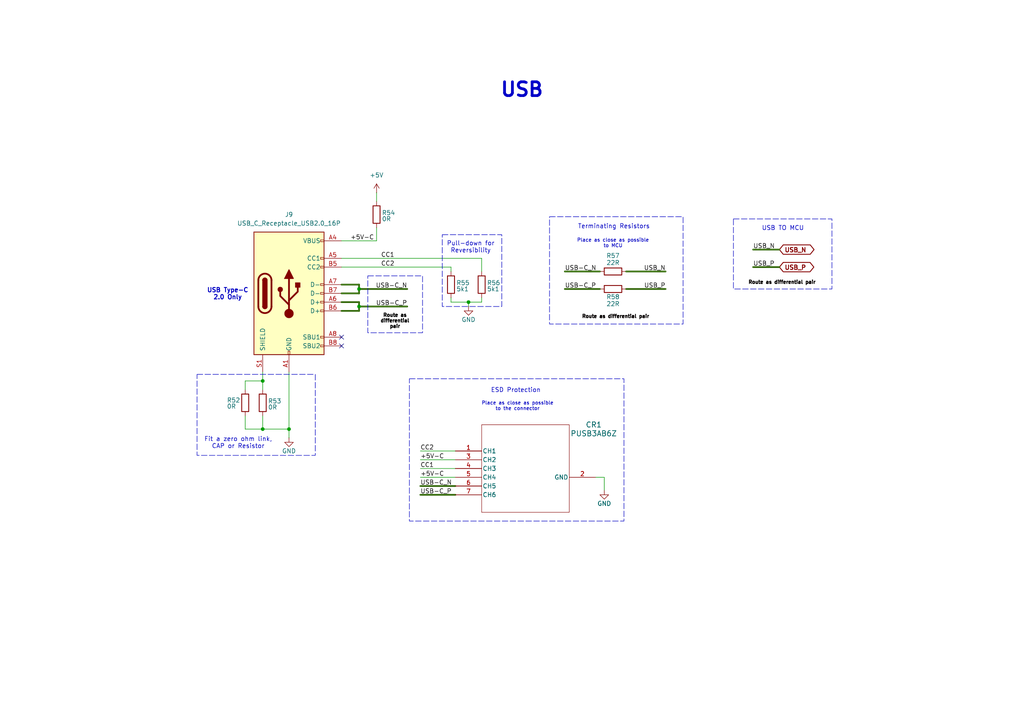
<source format=kicad_sch>
(kicad_sch (version 20231120) (generator "eeschema") (generator_version "8.0")
  (paper "A4")
  (title_block (title "USB") (date "2025-01-24") (rev "0"))
  (lib_symbols
    (symbol "Connector:USB_C_Receptacle_USB2.0_16P" (pin_names (offset 1.016))
      (property "Reference" "J" (at 0 22.225 0))
      (property "Value" "USB_C_Receptacle_USB2.0_16P" (at 0 19.685 0))
      (symbol "USB_C_Receptacle_USB2.0_16P_0_0"
        (rectangle (start -0.254 -17.78) (end 0.254 -16.764))
        (rectangle (start 10.16 -14.986) (end 9.144 -15.494))
        (rectangle (start 10.16 -12.446) (end 9.144 -12.954))
        (rectangle (start 10.16 -4.826) (end 9.144 -5.334))
        (rectangle (start 10.16 -2.286) (end 9.144 -2.794))
        (rectangle (start 10.16 0.254) (end 9.144 -0.254))
        (rectangle (start 10.16 2.794) (end 9.144 2.286))
        (rectangle (start 10.16 7.874) (end 9.144 7.366))
        (rectangle (start 10.16 10.414) (end 9.144 9.906))
        (rectangle (start 10.16 15.494) (end 9.144 14.986))
      )
      (symbol "USB_C_Receptacle_USB2.0_16P_0_1"
        (rectangle (start -10.16 17.78) (end 10.16 -17.78) (stroke (width 0.254)) (fill (type background)))
        (arc (start -8.89 -3.81) (mid -6.985 -5.7067) (end -5.08 -3.81) (stroke (width 0.508)))
        (arc (start -7.62 -3.81) (mid -6.985 -4.4423) (end -6.35 -3.81) (stroke (width 0.254)))
        (arc (start -7.62 -3.81) (mid -6.985 -4.4423) (end -6.35 -3.81) (stroke (width 0.254)) (fill (type outline)))
        (rectangle (start -7.62 -3.81) (end -6.35 3.81) (stroke (width 0.254)) (fill (type outline)))
        (arc (start -6.35 3.81) (mid -6.985 4.4423) (end -7.62 3.81) (stroke (width 0.254)))
        (arc (start -6.35 3.81) (mid -6.985 4.4423) (end -7.62 3.81) (stroke (width 0.254)) (fill (type outline)))
        (arc (start -5.08 3.81) (mid -6.985 5.7067) (end -8.89 3.81) (stroke (width 0.508)))
        (circle (center -2.54 1.143) (radius 0.635) (stroke (width 0.254)) (fill (type outline)))
        (circle (center 0 -5.842) (radius 1.27) (fill (type outline)))
        (polyline (pts (xy -8.89 -3.81) (xy -8.89 3.81)) (stroke (width 0.508)))
        (polyline (pts (xy -5.08 3.81) (xy -5.08 -3.81)) (stroke (width 0.508)))
        (polyline (pts (xy 0 -5.842) (xy 0 4.318)) (stroke (width 0.508)))
        (polyline (pts (xy 0 -3.302) (xy -2.54 -0.762) (xy -2.54 0.508)) (stroke (width 0.508)))
        (polyline (pts (xy 0 -2.032) (xy 2.54 0.508) (xy 2.54 1.778)) (stroke (width 0.508)))
        (polyline (pts (xy -1.27 4.318) (xy 0 6.858) (xy 1.27 4.318) (xy -1.27 4.318)) (stroke (width 0.254)) (fill (type outline)))
        (rectangle (start 1.905 1.778) (end 3.175 3.048) (stroke (width 0.254)) (fill (type outline)))
      )
      (symbol "USB_C_Receptacle_USB2.0_16P_1_1"
        (pin passive line (at 0 -22.86 90) (length 5.08) (name "GND") (number "A1"))
        (pin passive line (at 0 -22.86 90) (length 5.08) hide (name "GND") (number "A12"))
        (pin passive line (at 15.24 15.24 180) (length 5.08) (name "VBUS") (number "A4"))
        (pin bidirectional line (at 15.24 10.16 180) (length 5.08) (name "CC1") (number "A5"))
        (pin bidirectional line (at 15.24 -2.54 180) (length 5.08) (name "D+") (number "A6"))
        (pin bidirectional line (at 15.24 2.54 180) (length 5.08) (name "D-") (number "A7"))
        (pin bidirectional line (at 15.24 -12.7 180) (length 5.08) (name "SBU1") (number "A8"))
        (pin passive line (at 15.24 15.24 180) (length 5.08) hide (name "VBUS") (number "A9"))
        (pin passive line (at 0 -22.86 90) (length 5.08) hide (name "GND") (number "B1"))
        (pin passive line (at 0 -22.86 90) (length 5.08) hide (name "GND") (number "B12"))
        (pin passive line (at 15.24 15.24 180) (length 5.08) hide (name "VBUS") (number "B4"))
        (pin bidirectional line (at 15.24 7.62 180) (length 5.08) (name "CC2") (number "B5"))
        (pin bidirectional line (at 15.24 -5.08 180) (length 5.08) (name "D+") (number "B6"))
        (pin bidirectional line (at 15.24 0 180) (length 5.08) (name "D-") (number "B7"))
        (pin bidirectional line (at 15.24 -15.24 180) (length 5.08) (name "SBU2") (number "B8"))
        (pin passive line (at 15.24 15.24 180) (length 5.08) hide (name "VBUS") (number "B9"))
        (pin passive line (at -7.62 -22.86 90) (length 5.08) (name "SHIELD") (number "S1"))
      )
    )
    (symbol "Device:R" (pin_numbers hide) (pin_names (offset 0))
      (property "Reference" "R" (at 2.032 0 90))
      (property "Value" "R" (at 0 0 90))
      (symbol "R_0_1"
        (rectangle (start -1.016 -2.54) (end 1.016 2.54) (stroke (width 0.254)))
      )
      (symbol "R_1_1"
        (pin passive line (at 0 3.81 270) (length 1.27) (name "~") (number "1"))
        (pin passive line (at 0 -3.81 90) (length 1.27) (name "~") (number "2"))
      )
    )
    (symbol "PUSB3AB6Z:PUSB3AB6Z" (pin_names (offset 0.254))
      (property "Reference" "CR" (at 0 17.78 0))
      (property "Value" "PUSB3AB6Z" (at 0 15.24 0))
      (symbol "PUSB3AB6Z_0_1"
        (polyline (pts (xy -12.7 -12.7) (xy 12.7 -12.7)) (stroke (width 0.127)))
        (polyline (pts (xy -12.7 12.7) (xy -12.7 -12.7)) (stroke (width 0.127)))
        (polyline (pts (xy 12.7 -12.7) (xy 12.7 12.7)) (stroke (width 0.127)))
        (polyline (pts (xy 12.7 12.7) (xy -12.7 12.7)) (stroke (width 0.127)))
        (pin unspecified line (at 20.32 5.08 180) (length 7.62) (name "CH1") (number "1"))
        (pin unspecified line (at -20.32 -2.54 0) (length 7.62) (name "GND") (number "2"))
        (pin unspecified line (at 20.32 2.54 180) (length 7.62) (name "CH2") (number "3"))
        (pin unspecified line (at 20.32 0 180) (length 7.62) (name "CH3") (number "4"))
        (pin unspecified line (at 20.32 -2.54 180) (length 7.62) (name "CH4") (number "5"))
        (pin unspecified line (at 20.32 -5.08 180) (length 7.62) (name "CH5") (number "6"))
        (pin unspecified line (at 20.32 -7.62 180) (length 7.62) (name "CH6") (number "7"))
      )
    )
    (symbol "power:+5V" (power) (pin_numbers hide) (pin_names (offset 0) hide)
      (property "Value" "+5V" (at 0 3.556 0))
      (symbol "+5V_0_1"
        (polyline (pts (xy -0.762 1.27) (xy 0 2.54)))
        (polyline (pts (xy 0 0) (xy 0 2.54)))
        (polyline (pts (xy 0 2.54) (xy 0.762 1.27)))
      )
      (symbol "+5V_1_1"
        (pin power_in line (at 0 0 90) (length 0) (name "~") (number "1"))
      )
    )
    (symbol "power:GND" (power) (pin_numbers hide) (pin_names (offset 0) hide)
      (property "Value" "GND" (at 0 -3.81 0))
      (symbol "GND_0_1"
        (polyline (pts (xy 0 0) (xy 0 -1.27) (xy 1.27 -1.27) (xy 0 -2.54) (xy -1.27 -1.27) (xy 0 -1.27)))
      )
      (symbol "GND_1_1"
        (pin power_in line (at 0 0 270) (length 0) (name "~") (number "1"))
      )
    )
  )
  (junction (at 104.14 83.82))
  (junction (at 135.89 87.63))
  (junction (at 76.2 124.46))
  (junction (at 76.2 110.49))
  (junction (at 104.14 88.9))
  (junction (at 83.82 124.46))
  (no_connect (at 99.06 97.79))
  (no_connect (at 99.06 100.33))
  (wire (pts (xy 130.81 87.63) (xy 135.89 87.63)))
  (wire (pts (xy 109.22 66.04) (xy 109.22 69.85)))
  (wire (pts (xy 104.14 90.17) (xy 99.06 90.17)) (stroke (width 0.5) (color 51 104 10 1)))
  (wire (pts (xy 104.14 85.09) (xy 99.06 85.09)) (stroke (width 0.5) (color 51 104 10 1)))
  (wire (pts (xy 175.26 138.43) (xy 175.26 142.24)))
  (wire (pts (xy 109.22 55.88) (xy 109.22 58.42)))
  (wire (pts (xy 121.92 133.35) (xy 132.08 133.35)))
  (wire (pts (xy 130.81 77.47) (xy 130.81 78.74)))
  (wire (pts (xy 99.06 82.55) (xy 104.14 82.55)) (stroke (width 0.5) (color 51 104 10 1)))
  (wire (pts (xy 83.82 107.95) (xy 83.82 124.46)))
  (wire (pts (xy 76.2 110.49) (xy 76.2 113.03)))
  (wire (pts (xy 163.83 78.74) (xy 173.99 78.74)) (stroke (width 0.5) (color 51 104 10 1)))
  (wire (pts (xy 104.14 87.63) (xy 104.14 88.9)) (stroke (width 0.5) (color 51 104 10 1)))
  (wire (pts (xy 76.2 110.49) (xy 76.2 107.95)))
  (wire (pts (xy 218.44 72.39) (xy 226.06 72.39)) (stroke (width 0.5) (color 51 104 10 1)))
  (wire (pts (xy 139.7 74.93) (xy 99.06 74.93)))
  (wire (pts (xy 99.06 69.85) (xy 109.22 69.85)))
  (wire (pts (xy 121.92 130.81) (xy 132.08 130.81)))
  (wire (pts (xy 83.82 124.46) (xy 83.82 127)))
  (wire (pts (xy 104.14 82.55) (xy 104.14 83.82)) (stroke (width 0.5) (color 51 104 10 1)))
  (wire (pts (xy 71.12 110.49) (xy 76.2 110.49)))
  (wire (pts (xy 163.83 83.82) (xy 173.99 83.82)) (stroke (width 0.5) (color 51 104 10 1)))
  (wire (pts (xy 104.14 88.9) (xy 104.14 90.17)) (stroke (width 0.5) (color 51 104 10 1)))
  (wire (pts (xy 71.12 124.46) (xy 71.12 120.65)))
  (wire (pts (xy 218.44 77.47) (xy 226.06 77.47)) (stroke (width 0.5) (color 51 104 10 1)))
  (wire (pts (xy 181.61 83.82) (xy 193.04 83.82)) (stroke (width 0.5) (color 51 104 10 1)))
  (wire (pts (xy 99.06 87.63) (xy 104.14 87.63)) (stroke (width 0.5) (color 51 104 10 1)))
  (wire (pts (xy 76.2 124.46) (xy 71.12 124.46)))
  (wire (pts (xy 139.7 86.36) (xy 139.7 87.63)))
  (wire (pts (xy 130.81 86.36) (xy 130.81 87.63)))
  (wire (pts (xy 172.72 138.43) (xy 175.26 138.43)))
  (wire (pts (xy 121.92 135.89) (xy 132.08 135.89)))
  (wire (pts (xy 139.7 78.74) (xy 139.7 74.93)))
  (wire (pts (xy 181.61 78.74) (xy 193.04 78.74)) (stroke (width 0.5) (color 51 104 10 1)))
  (wire (pts (xy 71.12 113.03) (xy 71.12 110.49)))
  (wire (pts (xy 76.2 120.65) (xy 76.2 124.46)))
  (wire (pts (xy 83.82 124.46) (xy 76.2 124.46)))
  (wire (pts (xy 121.92 143.51) (xy 132.08 143.51)) (stroke (width 0.5) (color 51 104 10 1)))
  (wire (pts (xy 104.14 83.82) (xy 104.14 85.09)) (stroke (width 0.5) (color 51 104 10 1)))
  (wire (pts (xy 99.06 77.47) (xy 130.81 77.47)))
  (wire (pts (xy 121.92 138.43) (xy 132.08 138.43)))
  (wire (pts (xy 135.89 87.63) (xy 135.89 88.9)))
  (wire (pts (xy 139.7 87.63) (xy 135.89 87.63)))
  (wire (pts (xy 104.14 88.9) (xy 118.11 88.9)) (stroke (width 0.5) (color 51 104 10 1)))
  (wire (pts (xy 104.14 83.82) (xy 118.11 83.82)) (stroke (width 0.5) (color 51 104 10 1)))
  (wire (pts (xy 121.92 140.97) (xy 132.08 140.97)) (stroke (width 0.5) (color 51 104 10 1)))
  (rectangle (start 57.15 108.585) (end 91.44 132.08) (stroke (width 0) (type dash)))
  (rectangle (start 159.385 62.865) (end 198.12 93.98) (stroke (width 0) (type dash)))
  (rectangle (start 118.745 109.855) (end 180.975 151.13) (stroke (width 0) (type dash)))
  (rectangle (start 128.27 68.072) (end 145.542 88.9) (stroke (width 0) (type dash)))
  (rectangle (start 212.725 63.5) (end 241.3 83.82) (stroke (width 0) (type dash)))
  (rectangle (start 106.68 80.01) (end 122.555 96.52) (stroke (width 0) (type dash)))
  (text "ESD Protection" (at 149.606 113.284 0) (effects (font (size 1.27 1.27))))
  (text "USB TO MCU" (at 227.076 66.294 0) (effects (font (size 1.27 1.27))))
  (text "Pull-down for\nReversibility" (at 136.525 71.755 0) (effects (font (size 1.27 1.27))))
  (text "Terminating Resistors\n" (at 178.054 65.786 0) (effects (font (size 1.27 1.27))))
  (text "Route as differential pair" (at 178.562 91.948 0) (effects (font (size 1 1) (thickness 0.254) (bold yes))))
  (text "Route as differential pair" (at 226.822 82.042 0) (effects (font (size 1 1) (thickness 0.254) (bold yes))))
  (text "Place as close as possible\nto MCU" (at 177.8 70.612 0) (effects (font (size 1 1))))
  (text "USB Type-C\n2.0 Only" (at 66.04 85.344 0) (effects (font (size 1.27 1.27) (thickness 0.254) (bold yes))))
  (text "Fit a zero ohm link,\nCAP or Resistor" (at 69.088 128.524 0) (effects (font (size 1.27 1.27))))
  (text "Route as\ndifferential\npair" (at 114.554 93.218 0) (effects (font (size 1 1) (thickness 0.254) (bold yes))))
  (text "Place as close as possible\nto the connector" (at 150.114 117.856 0) (effects (font (size 1 1))))
  (text "${TITLE}" (at 151.384 26.162 0) (effects (font (size 4 4) (thickness 0.8) (bold yes))))
  (label "CC2" (at 121.92 130.81 0))
  (label "USB_P" (at 193.04 83.82 180))
  (label "USB-C_N" (at 163.83 78.74 0))
  (label "+5V-C" (at 121.92 138.43 0))
  (label "+5V-C" (at 101.6 69.85 0))
  (label "+5V-C" (at 121.92 133.35 0))
  (label "CC1" (at 121.92 135.89 0))
  (label "USB_P" (at 218.44 77.47 0))
  (label "USB-C_P" (at 163.83 83.82 0))
  (label "USB-C_N" (at 121.92 140.97 0))
  (label "USB-C_P" (at 121.92 143.51 0))
  (label "CC2" (at 110.49 77.47 0))
  (label "CC1" (at 110.49 74.93 0))
  (label "USB-C_P" (at 118.11 88.9 180))
  (label "USB_N" (at 218.44 72.39 0))
  (label "USB_N" (at 193.04 78.74 180))
  (label "USB-C_N" (at 118.11 83.82 180))
  (global_label "USB_N" (shape bidirectional) (at 226.06 72.39 0) (effects (font (bold yes))) (property "Intersheetrefs" "${INTERSHEET_REFS}" (effects (hide yes))))
  (global_label "USB_P" (shape bidirectional) (at 226.06 77.47 0) (effects (font (bold yes))) (property "Intersheetrefs" "${INTERSHEET_REFS}" (effects (hide yes))))
  (symbol (lib_id "Connector:USB_C_Receptacle_USB2.0_16P") (at 83.82 85.09 0) (unit 1)
    (property "Reference" "J9" (at 83.82 62.23 0))
    (property "Value" "USB_C_Receptacle_USB2.0_16P" (at 83.82 64.77 0))
    (property "Footprint" "Connector_USB:USB_C_Receptacle_GCT_USB4105-xx-A_16P_TopMnt_Horizontal_mod" (effects (hide yes)))
    (property "Datasheet" "https://www.usb.org/sites/default/files/documents/usb_type-c.zip" (effects (hide yes)))
    (property "Description" "USB 2.0-only 16P Type-C Receptacle connector" (effects (hide yes)))
  )
  (symbol (lib_id "power:GND") (at 83.82 127 0) (unit 1)
    (property "Reference" "#PWR078" (effects (hide yes)))
    (property "Value" "GND" (at 83.82 130.81 0))
    (property "Description" "Power symbol creates a global label with name \"GND\" , ground" (effects (hide yes)))
  )
  (symbol (lib_id "Device:R") (at 109.22 62.23 0) (unit 1)
    (property "Reference" "R54" (at 110.744 61.7221 0) (effects (justify left)))
    (property "Value" "0R" (at 110.744 63.5 0) (effects (justify left)))
    (property "Footprint" "Resistor_SMD:R_0603_1608Metric" (effects (hide yes)))
    (property "Description" "Resistor" (effects (hide yes)))
  )
  (symbol (lib_id "Device:R") (at 177.8 78.74 90) (unit 1)
    (property "Reference" "R57" (at 177.8 74.168 90))
    (property "Value" "22R" (at 177.8 76.2 90))
    (property "Footprint" "Resistor_SMD:R_0603_1608Metric" (effects (hide yes)))
    (property "Description" "Resistor" (effects (hide yes)))
  )
  (symbol (lib_id "Device:R") (at 177.8 83.82 90) (unit 1)
    (property "Reference" "R58" (at 177.8 86.106 90))
    (property "Value" "22R" (at 177.8 88.138 90))
    (property "Footprint" "Resistor_SMD:R_0603_1608Metric" (effects (hide yes)))
    (property "Description" "Resistor" (effects (hide yes)))
  )
  (symbol (lib_id "power:GND") (at 175.26 142.24 0) (unit 1)
    (property "Reference" "#PWR081" (effects (hide yes)))
    (property "Value" "GND" (at 175.26 146.05 0))
    (property "Description" "Power symbol creates a global label with name \"GND\" , ground" (effects (hide yes)))
  )
  (symbol (lib_id "power:+5V") (at 109.22 55.88 0) (unit 1)
    (property "Reference" "#PWR079" (effects (hide yes)))
    (property "Value" "+5V" (at 109.22 50.8 0))
    (property "Description" "Power symbol creates a global label with name \"+5V\"" (effects (hide yes)))
  )
  (symbol (lib_id "Device:R") (at 130.81 82.55 0) (unit 1)
    (property "Reference" "R55" (at 132.334 82.0421 0) (effects (justify left)))
    (property "Value" "5k1" (at 132.334 83.82 0) (effects (justify left)))
    (property "Footprint" "Resistor_SMD:R_0603_1608Metric" (effects (hide yes)))
    (property "Description" "Resistor" (effects (hide yes)))
  )
  (symbol (lib_id "power:GND") (at 135.89 88.9 0) (unit 1)
    (property "Reference" "#PWR080" (effects (hide yes)))
    (property "Value" "GND" (at 135.89 92.71 0))
    (property "Description" "Power symbol creates a global label with name \"GND\" , ground" (effects (hide yes)))
  )
  (symbol (lib_id "Device:R") (at 76.2 116.84 0) (unit 1)
    (property "Reference" "R53" (at 77.724 116.3321 0) (effects (justify left)))
    (property "Value" "0R" (at 77.724 118.11 0) (effects (justify left)))
    (property "Footprint" "Resistor_SMD:R_0603_1608Metric" (effects (hide yes)))
    (property "Description" "Resistor" (effects (hide yes)))
  )
  (symbol (lib_id "PUSB3AB6Z:PUSB3AB6Z") (at 152.4 135.89 0) (mirror y) (unit 1)
    (property "Reference" "CR1" (at 172.212 123.19 0) (effects (font (size 1.524 1.524))))
    (property "Value" "PUSB3AB6Z" (at 172.212 125.73 0) (effects (font (size 1.524 1.524))))
    (property "Footprint" "PUSB3AB6Z_foot:PUSB3AB6Z_NEX" (effects (hide yes)))
    (property "Datasheet" "PUSB3AB6Z" (effects (hide yes)))
  )
  (symbol (lib_id "Device:R") (at 139.7 82.55 0) (unit 1)
    (property "Reference" "R56" (at 141.224 82.0421 0) (effects (justify left)))
    (property "Value" "5k1" (at 141.224 83.82 0) (effects (justify left)))
    (property "Footprint" "Resistor_SMD:R_0603_1608Metric" (effects (hide yes)))
    (property "Description" "Resistor" (effects (hide yes)))
  )
  (symbol (lib_id "Device:R") (at 71.12 116.84 0) (unit 1)
    (property "Reference" "R52" (at 65.786 116.0781 0) (effects (justify left)))
    (property "Value" "0R" (at 65.786 117.856 0) (effects (justify left)))
    (property "Footprint" "Resistor_SMD:R_0603_1608Metric" (effects (hide yes)))
    (property "Description" "Resistor" (effects (hide yes)))
  )
)
</source>
